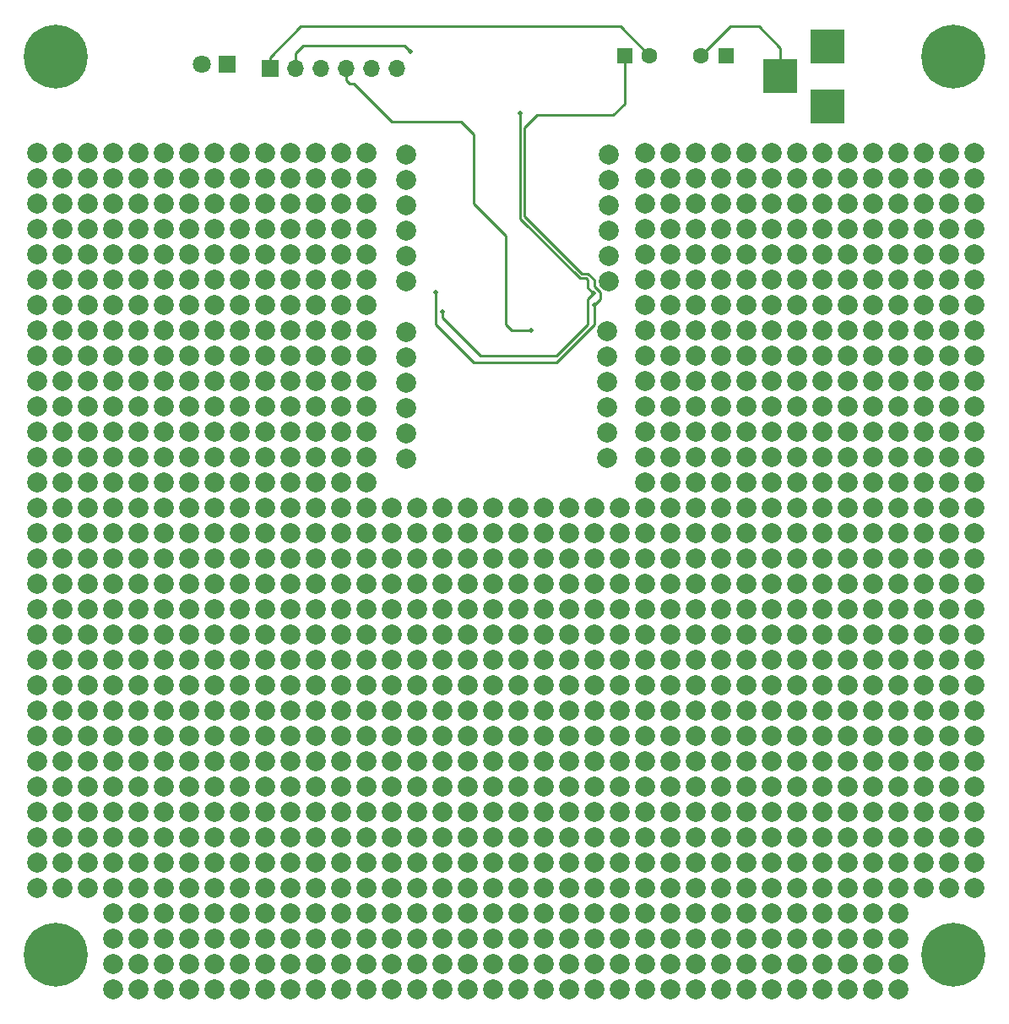
<source format=gbr>
G04 #@! TF.FileFunction,Copper,L2,Bot,Signal*
%FSLAX46Y46*%
G04 Gerber Fmt 4.6, Leading zero omitted, Abs format (unit mm)*
G04 Created by KiCad (PCBNEW 4.0.6) date 07/25/17 01:14:20*
%MOMM*%
%LPD*%
G01*
G04 APERTURE LIST*
%ADD10C,0.100000*%
%ADD11C,2.000000*%
%ADD12C,6.400000*%
%ADD13R,1.600000X1.600000*%
%ADD14C,1.600000*%
%ADD15R,1.700000X1.700000*%
%ADD16O,1.700000X1.700000*%
%ADD17R,3.500000X3.500000*%
%ADD18R,1.800000X1.800000*%
%ADD19C,1.800000*%
%ADD20C,0.500000*%
%ADD21C,0.250000*%
G04 APERTURE END LIST*
D10*
D11*
X143510000Y-125095000D03*
X146050000Y-125095000D03*
X138430000Y-125095000D03*
X135890000Y-125095000D03*
X133350000Y-125095000D03*
X140970000Y-125095000D03*
X128270000Y-125095000D03*
X130810000Y-125095000D03*
X125730000Y-125095000D03*
X123190000Y-125095000D03*
X138430000Y-127635000D03*
X138430000Y-132715000D03*
X138430000Y-130175000D03*
X140970000Y-130175000D03*
X140970000Y-132715000D03*
X140970000Y-127635000D03*
X135890000Y-127635000D03*
X133350000Y-132715000D03*
X133350000Y-130175000D03*
X135890000Y-130175000D03*
X135890000Y-132715000D03*
X133350000Y-127635000D03*
X128270000Y-127635000D03*
X130810000Y-130175000D03*
X130810000Y-132715000D03*
X128270000Y-130175000D03*
X130810000Y-127635000D03*
X123190000Y-127635000D03*
X125730000Y-127635000D03*
X125730000Y-130175000D03*
X123190000Y-132715000D03*
X125730000Y-132715000D03*
X128270000Y-132715000D03*
X123190000Y-130175000D03*
X123190000Y-135255000D03*
X123190000Y-137795000D03*
X123190000Y-140335000D03*
X125730000Y-135255000D03*
X128270000Y-135255000D03*
X128270000Y-137795000D03*
X130810000Y-137795000D03*
X130810000Y-135255000D03*
X128270000Y-140335000D03*
X146050000Y-127635000D03*
X143510000Y-127635000D03*
X146050000Y-130175000D03*
X143510000Y-130175000D03*
X143510000Y-132715000D03*
X146050000Y-132715000D03*
X146050000Y-137795000D03*
X146050000Y-135255000D03*
X146050000Y-140335000D03*
X135890000Y-137795000D03*
X133350000Y-135255000D03*
X133350000Y-140335000D03*
X135890000Y-140335000D03*
X135890000Y-135255000D03*
X133350000Y-137795000D03*
X143510000Y-137795000D03*
X138430000Y-137795000D03*
X140970000Y-135255000D03*
X140970000Y-137795000D03*
X143510000Y-135255000D03*
X138430000Y-135255000D03*
X143510000Y-140335000D03*
X140970000Y-140335000D03*
X138430000Y-140335000D03*
X125730000Y-137795000D03*
X125730000Y-140335000D03*
X130810000Y-140335000D03*
X151130000Y-89535000D03*
X153670000Y-89535000D03*
X161290000Y-89535000D03*
X156210000Y-89535000D03*
X158750000Y-89535000D03*
X148590000Y-89535000D03*
X156210000Y-92075000D03*
X151130000Y-92075000D03*
X153670000Y-92075000D03*
X148590000Y-92075000D03*
X158750000Y-92075000D03*
X161290000Y-92075000D03*
X168910000Y-92075000D03*
X171450000Y-92075000D03*
X166370000Y-89535000D03*
X163830000Y-89535000D03*
X166370000Y-92075000D03*
X163830000Y-92075000D03*
X179070000Y-92075000D03*
X181610000Y-92075000D03*
X176530000Y-92075000D03*
X173990000Y-92075000D03*
X168910000Y-89535000D03*
X179070000Y-89535000D03*
X181610000Y-89535000D03*
X171450000Y-89535000D03*
X173990000Y-89535000D03*
X176530000Y-89535000D03*
X97790000Y-92075000D03*
X87630000Y-89535000D03*
X90170000Y-89535000D03*
X92710000Y-89535000D03*
X95250000Y-92075000D03*
X95250000Y-89535000D03*
X100330000Y-89535000D03*
X97790000Y-89535000D03*
X100330000Y-92075000D03*
X92710000Y-92075000D03*
X87630000Y-92075000D03*
X90170000Y-92075000D03*
X110490000Y-89535000D03*
X110490000Y-92075000D03*
X107950000Y-89535000D03*
X107950000Y-92075000D03*
X118110000Y-92075000D03*
X120650000Y-92075000D03*
X120650000Y-89535000D03*
X118110000Y-89535000D03*
X102870000Y-92075000D03*
X102870000Y-89535000D03*
X105410000Y-92075000D03*
X105410000Y-89535000D03*
X113030000Y-89535000D03*
X113030000Y-92075000D03*
X115570000Y-92075000D03*
X115570000Y-89535000D03*
X168910000Y-168275000D03*
X166370000Y-168275000D03*
X168910000Y-170815000D03*
X166370000Y-170815000D03*
X168910000Y-173355000D03*
X166370000Y-173355000D03*
X173990000Y-173355000D03*
X171450000Y-170815000D03*
X171450000Y-173355000D03*
X171450000Y-168275000D03*
X173990000Y-170815000D03*
X173990000Y-168275000D03*
X146050000Y-168275000D03*
X146050000Y-173355000D03*
X148590000Y-173355000D03*
X146050000Y-170815000D03*
X143510000Y-173355000D03*
X148590000Y-168275000D03*
X148590000Y-170815000D03*
X133350000Y-173355000D03*
X135890000Y-168275000D03*
X133350000Y-170815000D03*
X135890000Y-170815000D03*
X138430000Y-173355000D03*
X133350000Y-168275000D03*
X138430000Y-170815000D03*
X135890000Y-173355000D03*
X138430000Y-168275000D03*
X140970000Y-173355000D03*
X140970000Y-168275000D03*
X143510000Y-168275000D03*
X143510000Y-170815000D03*
X140970000Y-170815000D03*
X158750000Y-170815000D03*
X161290000Y-168275000D03*
X158750000Y-173355000D03*
X158750000Y-168275000D03*
X151130000Y-173355000D03*
X156210000Y-173355000D03*
X153670000Y-170815000D03*
X151130000Y-170815000D03*
X153670000Y-173355000D03*
X156210000Y-170815000D03*
X151130000Y-168275000D03*
X156210000Y-168275000D03*
X153670000Y-168275000D03*
X163830000Y-173355000D03*
X161290000Y-173355000D03*
X163830000Y-170815000D03*
X161290000Y-170815000D03*
X163830000Y-168275000D03*
X95250000Y-168275000D03*
X97790000Y-168275000D03*
X95250000Y-170815000D03*
X97790000Y-170815000D03*
X97790000Y-173355000D03*
X95250000Y-173355000D03*
X113030000Y-173355000D03*
X113030000Y-170815000D03*
X115570000Y-170815000D03*
X115570000Y-173355000D03*
X115570000Y-168275000D03*
X113030000Y-168275000D03*
X110490000Y-168275000D03*
X107950000Y-168275000D03*
X105410000Y-168275000D03*
X110490000Y-170815000D03*
X105410000Y-173355000D03*
X105410000Y-170815000D03*
X110490000Y-173355000D03*
X107950000Y-173355000D03*
X107950000Y-170815000D03*
X102870000Y-173355000D03*
X100330000Y-170815000D03*
X102870000Y-170815000D03*
X100330000Y-173355000D03*
X100330000Y-168275000D03*
X102870000Y-168275000D03*
X118110000Y-170815000D03*
X120650000Y-170815000D03*
X118110000Y-173355000D03*
X123190000Y-173355000D03*
X120650000Y-173355000D03*
X130810000Y-170815000D03*
X130810000Y-173355000D03*
X125730000Y-170815000D03*
X128270000Y-173355000D03*
X128270000Y-170815000D03*
X125730000Y-173355000D03*
X118110000Y-168275000D03*
X120650000Y-168275000D03*
X123190000Y-168275000D03*
X123190000Y-170815000D03*
X130810000Y-168275000D03*
X125730000Y-168275000D03*
X128270000Y-168275000D03*
X97790000Y-158115000D03*
X95250000Y-158115000D03*
X95250000Y-160655000D03*
X97790000Y-160655000D03*
X90170000Y-160655000D03*
X92710000Y-160655000D03*
X87630000Y-158115000D03*
X87630000Y-160655000D03*
X90170000Y-158115000D03*
X92710000Y-158115000D03*
X92710000Y-163195000D03*
X87630000Y-163195000D03*
X90170000Y-163195000D03*
X95250000Y-163195000D03*
X95250000Y-165735000D03*
X97790000Y-163195000D03*
X97790000Y-165735000D03*
X115570000Y-160655000D03*
X115570000Y-158115000D03*
X118110000Y-158115000D03*
X118110000Y-160655000D03*
X115570000Y-165735000D03*
X118110000Y-165735000D03*
X115570000Y-163195000D03*
X118110000Y-163195000D03*
X113030000Y-165735000D03*
X113030000Y-163195000D03*
X113030000Y-160655000D03*
X110490000Y-158115000D03*
X113030000Y-158115000D03*
X110490000Y-160655000D03*
X107950000Y-163195000D03*
X110490000Y-165735000D03*
X110490000Y-163195000D03*
X105410000Y-165735000D03*
X105410000Y-163195000D03*
X102870000Y-165735000D03*
X107950000Y-165735000D03*
X100330000Y-163195000D03*
X100330000Y-165735000D03*
X102870000Y-163195000D03*
X100330000Y-160655000D03*
X100330000Y-158115000D03*
X102870000Y-158115000D03*
X102870000Y-160655000D03*
X105410000Y-158115000D03*
X107950000Y-160655000D03*
X105410000Y-160655000D03*
X107950000Y-158115000D03*
X133350000Y-165735000D03*
X133350000Y-160655000D03*
X133350000Y-163195000D03*
X130810000Y-163195000D03*
X130810000Y-160655000D03*
X128270000Y-160655000D03*
X125730000Y-163195000D03*
X125730000Y-160655000D03*
X123190000Y-160655000D03*
X120650000Y-160655000D03*
X130810000Y-158115000D03*
X128270000Y-158115000D03*
X120650000Y-158115000D03*
X125730000Y-158115000D03*
X123190000Y-158115000D03*
X120650000Y-163195000D03*
X123190000Y-163195000D03*
X120650000Y-165735000D03*
X123190000Y-165735000D03*
X130810000Y-165735000D03*
X125730000Y-165735000D03*
X128270000Y-163195000D03*
X128270000Y-165735000D03*
X173990000Y-165735000D03*
X171450000Y-163195000D03*
X171450000Y-165735000D03*
X171450000Y-160655000D03*
X168910000Y-160655000D03*
X176530000Y-158115000D03*
X173990000Y-158115000D03*
X166370000Y-165735000D03*
X168910000Y-163195000D03*
X166370000Y-160655000D03*
X166370000Y-163195000D03*
X168910000Y-165735000D03*
X173990000Y-163195000D03*
X176530000Y-163195000D03*
X173990000Y-160655000D03*
X179070000Y-163195000D03*
X179070000Y-160655000D03*
X181610000Y-160655000D03*
X176530000Y-160655000D03*
X181610000Y-163195000D03*
X181610000Y-158115000D03*
X179070000Y-158115000D03*
X168910000Y-158115000D03*
X171450000Y-158115000D03*
X166370000Y-158115000D03*
X163830000Y-158115000D03*
X151130000Y-160655000D03*
X151130000Y-158115000D03*
X146050000Y-160655000D03*
X148590000Y-160655000D03*
X148590000Y-158115000D03*
X146050000Y-158115000D03*
X146050000Y-165735000D03*
X148590000Y-165735000D03*
X151130000Y-165735000D03*
X153670000Y-163195000D03*
X146050000Y-163195000D03*
X151130000Y-163195000D03*
X148590000Y-163195000D03*
X153670000Y-165735000D03*
X163830000Y-165735000D03*
X158750000Y-163195000D03*
X158750000Y-165735000D03*
X158750000Y-160655000D03*
X161290000Y-165735000D03*
X163830000Y-163195000D03*
X161290000Y-158115000D03*
X163830000Y-160655000D03*
X161290000Y-160655000D03*
X161290000Y-163195000D03*
X156210000Y-163195000D03*
X156210000Y-165735000D03*
X158750000Y-158115000D03*
X156210000Y-160655000D03*
X153670000Y-158115000D03*
X156210000Y-158115000D03*
X153670000Y-160655000D03*
X135890000Y-160655000D03*
X138430000Y-160655000D03*
X138430000Y-158115000D03*
X133350000Y-158115000D03*
X135890000Y-158115000D03*
X140970000Y-165735000D03*
X135890000Y-163195000D03*
X143510000Y-165735000D03*
X143510000Y-163195000D03*
X138430000Y-165735000D03*
X140970000Y-163195000D03*
X135890000Y-165735000D03*
X138430000Y-163195000D03*
X140970000Y-160655000D03*
X140970000Y-158115000D03*
X143510000Y-160655000D03*
X143510000Y-158115000D03*
X120650000Y-94615000D03*
X115570000Y-97155000D03*
X118110000Y-97155000D03*
X118110000Y-94615000D03*
X115570000Y-94615000D03*
X87630000Y-107315000D03*
X95250000Y-107315000D03*
X90170000Y-107315000D03*
X92710000Y-104775000D03*
X97790000Y-107315000D03*
X92710000Y-107315000D03*
X95250000Y-104775000D03*
X90170000Y-104775000D03*
X97790000Y-104775000D03*
X90170000Y-102235000D03*
X87630000Y-102235000D03*
X90170000Y-99695000D03*
X87630000Y-99695000D03*
X87630000Y-104775000D03*
X97790000Y-102235000D03*
X92710000Y-102235000D03*
X97790000Y-99695000D03*
X95250000Y-99695000D03*
X95250000Y-97155000D03*
X92710000Y-99695000D03*
X95250000Y-102235000D03*
X92710000Y-97155000D03*
X92710000Y-94615000D03*
X90170000Y-94615000D03*
X95250000Y-94615000D03*
X97790000Y-94615000D03*
X110490000Y-94615000D03*
X113030000Y-94615000D03*
X113030000Y-97155000D03*
X113030000Y-99695000D03*
X107950000Y-99695000D03*
X110490000Y-99695000D03*
X110490000Y-97155000D03*
X100330000Y-107315000D03*
X102870000Y-107315000D03*
X107950000Y-104775000D03*
X110490000Y-104775000D03*
X110490000Y-107315000D03*
X107950000Y-107315000D03*
X105410000Y-107315000D03*
X105410000Y-104775000D03*
X102870000Y-94615000D03*
X100330000Y-99695000D03*
X100330000Y-94615000D03*
X100330000Y-97155000D03*
X107950000Y-97155000D03*
X105410000Y-94615000D03*
X107950000Y-94615000D03*
X105410000Y-97155000D03*
X107950000Y-102235000D03*
X113030000Y-107315000D03*
X110490000Y-102235000D03*
X113030000Y-102235000D03*
X113030000Y-104775000D03*
X100330000Y-104775000D03*
X102870000Y-104775000D03*
X102870000Y-102235000D03*
X105410000Y-102235000D03*
X105410000Y-99695000D03*
X102870000Y-99695000D03*
X102870000Y-97155000D03*
X100330000Y-102235000D03*
X87630000Y-97155000D03*
X90170000Y-97155000D03*
X87630000Y-94615000D03*
X97790000Y-97155000D03*
X120650000Y-104775000D03*
X120650000Y-107315000D03*
X118110000Y-107315000D03*
X115570000Y-104775000D03*
X115570000Y-99695000D03*
X118110000Y-104775000D03*
X115570000Y-107315000D03*
X118110000Y-102235000D03*
X115570000Y-102235000D03*
X118110000Y-99695000D03*
X120650000Y-97155000D03*
X120650000Y-99695000D03*
X120650000Y-102235000D03*
X179070000Y-107315000D03*
X176530000Y-107315000D03*
X181610000Y-107315000D03*
X173990000Y-107315000D03*
X171450000Y-104775000D03*
X173990000Y-104775000D03*
X171450000Y-107315000D03*
X171450000Y-102235000D03*
X166370000Y-102235000D03*
X168910000Y-102235000D03*
X166370000Y-107315000D03*
X168910000Y-104775000D03*
X166370000Y-104775000D03*
X168910000Y-107315000D03*
X179070000Y-94615000D03*
X181610000Y-94615000D03*
X179070000Y-97155000D03*
X181610000Y-97155000D03*
X181610000Y-99695000D03*
X179070000Y-99695000D03*
X181610000Y-102235000D03*
X176530000Y-104775000D03*
X179070000Y-102235000D03*
X179070000Y-104775000D03*
X181610000Y-104775000D03*
X173990000Y-102235000D03*
X176530000Y-102235000D03*
X173990000Y-99695000D03*
X176530000Y-99695000D03*
X151130000Y-94615000D03*
X148590000Y-94615000D03*
X151130000Y-97155000D03*
X166370000Y-99695000D03*
X168910000Y-99695000D03*
X163830000Y-99695000D03*
X166370000Y-97155000D03*
X163830000Y-97155000D03*
X163830000Y-94615000D03*
X166370000Y-94615000D03*
X168910000Y-97155000D03*
X168910000Y-94615000D03*
X171450000Y-99695000D03*
X173990000Y-97155000D03*
X176530000Y-94615000D03*
X171450000Y-97155000D03*
X176530000Y-97155000D03*
X173990000Y-94615000D03*
X171450000Y-94615000D03*
X148590000Y-102235000D03*
X151130000Y-102235000D03*
X148590000Y-99695000D03*
X151130000Y-99695000D03*
X163830000Y-104775000D03*
X161290000Y-104775000D03*
X161290000Y-107315000D03*
X163830000Y-102235000D03*
X161290000Y-102235000D03*
X163830000Y-107315000D03*
X148590000Y-104775000D03*
X151130000Y-107315000D03*
X151130000Y-104775000D03*
X148590000Y-107315000D03*
X158750000Y-102235000D03*
X158750000Y-97155000D03*
X158750000Y-99695000D03*
X161290000Y-99695000D03*
X161290000Y-97155000D03*
X148590000Y-97155000D03*
X153670000Y-99695000D03*
X156210000Y-99695000D03*
X153670000Y-97155000D03*
X153670000Y-94615000D03*
X156210000Y-97155000D03*
X156210000Y-94615000D03*
X153670000Y-107315000D03*
X153670000Y-104775000D03*
X153670000Y-102235000D03*
X156210000Y-107315000D03*
X158750000Y-107315000D03*
X158750000Y-104775000D03*
X156210000Y-104775000D03*
X156210000Y-102235000D03*
X158750000Y-94615000D03*
X161290000Y-94615000D03*
X140970000Y-155575000D03*
X140970000Y-153035000D03*
X140970000Y-150495000D03*
X143510000Y-150495000D03*
X138430000Y-155575000D03*
X138430000Y-153035000D03*
X138430000Y-150495000D03*
X135890000Y-150495000D03*
X135890000Y-155575000D03*
X133350000Y-155575000D03*
X133350000Y-150495000D03*
X133350000Y-153035000D03*
X135890000Y-153035000D03*
X143510000Y-155575000D03*
X146050000Y-155575000D03*
X146050000Y-150495000D03*
X146050000Y-153035000D03*
X143510000Y-153035000D03*
X148590000Y-150495000D03*
X181610000Y-150495000D03*
X179070000Y-150495000D03*
X176530000Y-150495000D03*
X171450000Y-150495000D03*
X163830000Y-153035000D03*
X163830000Y-150495000D03*
X166370000Y-150495000D03*
X168910000Y-150495000D03*
X166370000Y-155575000D03*
X163830000Y-155575000D03*
X168910000Y-153035000D03*
X166370000Y-153035000D03*
X168910000Y-155575000D03*
X173990000Y-155575000D03*
X171450000Y-153035000D03*
X173990000Y-153035000D03*
X171450000Y-155575000D03*
X173990000Y-150495000D03*
X179070000Y-155575000D03*
X181610000Y-155575000D03*
X176530000Y-155575000D03*
X176530000Y-153035000D03*
X179070000Y-153035000D03*
X181610000Y-153035000D03*
X153670000Y-155575000D03*
X148590000Y-155575000D03*
X148590000Y-153035000D03*
X151130000Y-155575000D03*
X151130000Y-153035000D03*
X153670000Y-153035000D03*
X153670000Y-150495000D03*
X151130000Y-150495000D03*
X156210000Y-155575000D03*
X158750000Y-155575000D03*
X161290000Y-153035000D03*
X161290000Y-155575000D03*
X158750000Y-153035000D03*
X156210000Y-153035000D03*
X156210000Y-150495000D03*
X158750000Y-150495000D03*
X161290000Y-150495000D03*
X100330000Y-153035000D03*
X100330000Y-155575000D03*
X102870000Y-150495000D03*
X100330000Y-150495000D03*
X107950000Y-153035000D03*
X110490000Y-150495000D03*
X110490000Y-153035000D03*
X113030000Y-155575000D03*
X110490000Y-155575000D03*
X107950000Y-150495000D03*
X107950000Y-155575000D03*
X105410000Y-155575000D03*
X105410000Y-153035000D03*
X105410000Y-150495000D03*
X102870000Y-155575000D03*
X102870000Y-153035000D03*
X130810000Y-155575000D03*
X130810000Y-153035000D03*
X128270000Y-153035000D03*
X128270000Y-155575000D03*
X130810000Y-150495000D03*
X128270000Y-150495000D03*
X125730000Y-155575000D03*
X125730000Y-153035000D03*
X123190000Y-155575000D03*
X123190000Y-153035000D03*
X125730000Y-150495000D03*
X118110000Y-155575000D03*
X120650000Y-153035000D03*
X120650000Y-155575000D03*
X118110000Y-153035000D03*
X115570000Y-155575000D03*
X118110000Y-150495000D03*
X115570000Y-153035000D03*
X115570000Y-150495000D03*
X123190000Y-150495000D03*
X120650000Y-150495000D03*
X113030000Y-153035000D03*
X113030000Y-150495000D03*
X92710000Y-153035000D03*
X97790000Y-150495000D03*
X97790000Y-153035000D03*
X97790000Y-155575000D03*
X92710000Y-155575000D03*
X95250000Y-153035000D03*
X95250000Y-150495000D03*
X95250000Y-155575000D03*
X90170000Y-155575000D03*
X92710000Y-150495000D03*
X87630000Y-150495000D03*
X87630000Y-155575000D03*
X90170000Y-150495000D03*
X87630000Y-153035000D03*
X90170000Y-153035000D03*
X140970000Y-147955000D03*
X138430000Y-147955000D03*
X135890000Y-147955000D03*
X133350000Y-147955000D03*
X143510000Y-147955000D03*
X146050000Y-147955000D03*
X130810000Y-147955000D03*
X128270000Y-147955000D03*
X125730000Y-147955000D03*
X123190000Y-147955000D03*
X140970000Y-145415000D03*
X138430000Y-145415000D03*
X135890000Y-145415000D03*
X133350000Y-145415000D03*
X143510000Y-145415000D03*
X146050000Y-145415000D03*
X130810000Y-145415000D03*
X128270000Y-145415000D03*
X125730000Y-145415000D03*
X123190000Y-145415000D03*
X140970000Y-142875000D03*
X138430000Y-142875000D03*
X143510000Y-142875000D03*
X146050000Y-142875000D03*
X130810000Y-142875000D03*
X133350000Y-142875000D03*
X135890000Y-142875000D03*
X125730000Y-142875000D03*
X128270000Y-142875000D03*
X123190000Y-142875000D03*
X120650000Y-135255000D03*
X118110000Y-132715000D03*
X120650000Y-132715000D03*
X118110000Y-135255000D03*
X118110000Y-137795000D03*
X115570000Y-137795000D03*
X120650000Y-140335000D03*
X120650000Y-137795000D03*
X118110000Y-147955000D03*
X115570000Y-147955000D03*
X120650000Y-147955000D03*
X120650000Y-142875000D03*
X120650000Y-145415000D03*
X118110000Y-145415000D03*
X118110000Y-142875000D03*
X118110000Y-140335000D03*
X115570000Y-127635000D03*
X118110000Y-127635000D03*
X120650000Y-127635000D03*
X120650000Y-125095000D03*
X118110000Y-125095000D03*
X113030000Y-125095000D03*
X115570000Y-125095000D03*
X120650000Y-130175000D03*
X115570000Y-132715000D03*
X115570000Y-135255000D03*
X118110000Y-130175000D03*
X115570000Y-130175000D03*
X115570000Y-145415000D03*
X113030000Y-145415000D03*
X113030000Y-140335000D03*
X113030000Y-142875000D03*
X115570000Y-142875000D03*
X115570000Y-140335000D03*
X90170000Y-125095000D03*
X87630000Y-125095000D03*
X87630000Y-122555000D03*
X90170000Y-122555000D03*
X92710000Y-122555000D03*
X92710000Y-120015000D03*
X97790000Y-125095000D03*
X97790000Y-122555000D03*
X97790000Y-120015000D03*
X95250000Y-122555000D03*
X95250000Y-120015000D03*
X87630000Y-117475000D03*
X90170000Y-120015000D03*
X87630000Y-114935000D03*
X87630000Y-120015000D03*
X95250000Y-114935000D03*
X97790000Y-114935000D03*
X97790000Y-117475000D03*
X95250000Y-117475000D03*
X90170000Y-114935000D03*
X90170000Y-117475000D03*
X92710000Y-117475000D03*
X92710000Y-114935000D03*
X87630000Y-130175000D03*
X90170000Y-130175000D03*
X87630000Y-127635000D03*
X90170000Y-127635000D03*
X97790000Y-130175000D03*
X100330000Y-130175000D03*
X100330000Y-132715000D03*
X97790000Y-132715000D03*
X95250000Y-130175000D03*
X95250000Y-132715000D03*
X100330000Y-127635000D03*
X97790000Y-127635000D03*
X87630000Y-132715000D03*
X90170000Y-132715000D03*
X92710000Y-130175000D03*
X92710000Y-132715000D03*
X92710000Y-125095000D03*
X95250000Y-127635000D03*
X92710000Y-127635000D03*
X95250000Y-125095000D03*
X90170000Y-147955000D03*
X87630000Y-145415000D03*
X87630000Y-147955000D03*
X92710000Y-145415000D03*
X90170000Y-145415000D03*
X92710000Y-147955000D03*
X100330000Y-137795000D03*
X97790000Y-135255000D03*
X100330000Y-135255000D03*
X100330000Y-140335000D03*
X87630000Y-137795000D03*
X87630000Y-135255000D03*
X92710000Y-135255000D03*
X90170000Y-137795000D03*
X90170000Y-135255000D03*
X92710000Y-137795000D03*
X100330000Y-145415000D03*
X100330000Y-142875000D03*
X97790000Y-145415000D03*
X97790000Y-142875000D03*
X95250000Y-142875000D03*
X95250000Y-147955000D03*
X100330000Y-147955000D03*
X97790000Y-147955000D03*
X95250000Y-145415000D03*
X97790000Y-140335000D03*
X95250000Y-137795000D03*
X97790000Y-137795000D03*
X95250000Y-135255000D03*
X95250000Y-140335000D03*
X87630000Y-142875000D03*
X92710000Y-140335000D03*
X87630000Y-140335000D03*
X90170000Y-140335000D03*
X90170000Y-142875000D03*
X92710000Y-142875000D03*
X100330000Y-122555000D03*
X100330000Y-125095000D03*
X102870000Y-125095000D03*
X100330000Y-120015000D03*
X107950000Y-120015000D03*
X107950000Y-122555000D03*
X107950000Y-125095000D03*
X110490000Y-125095000D03*
X105410000Y-125095000D03*
X102870000Y-122555000D03*
X105410000Y-120015000D03*
X105410000Y-122555000D03*
X102870000Y-120015000D03*
X107950000Y-114935000D03*
X107950000Y-117475000D03*
X105410000Y-114935000D03*
X105410000Y-117475000D03*
X100330000Y-114935000D03*
X102870000Y-114935000D03*
X102870000Y-117475000D03*
X100330000Y-117475000D03*
X110490000Y-132715000D03*
X113030000Y-132715000D03*
X107950000Y-132715000D03*
X107950000Y-130175000D03*
X105410000Y-145415000D03*
X105410000Y-147955000D03*
X102870000Y-147955000D03*
X102870000Y-145415000D03*
X107950000Y-145415000D03*
X105410000Y-137795000D03*
X102870000Y-140335000D03*
X105410000Y-140335000D03*
X105410000Y-142875000D03*
X102870000Y-142875000D03*
X102870000Y-137795000D03*
X110490000Y-130175000D03*
X113030000Y-130175000D03*
X113030000Y-127635000D03*
X107950000Y-127635000D03*
X110490000Y-127635000D03*
X102870000Y-132715000D03*
X102870000Y-135255000D03*
X105410000Y-130175000D03*
X105410000Y-135255000D03*
X105410000Y-132715000D03*
X102870000Y-130175000D03*
X102870000Y-127635000D03*
X105410000Y-127635000D03*
X107950000Y-142875000D03*
X113030000Y-137795000D03*
X110490000Y-137795000D03*
X110490000Y-142875000D03*
X110490000Y-145415000D03*
X107950000Y-147955000D03*
X110490000Y-147955000D03*
X113030000Y-147955000D03*
X113030000Y-135255000D03*
X110490000Y-135255000D03*
X107950000Y-135255000D03*
X107950000Y-137795000D03*
X107950000Y-140335000D03*
X110490000Y-140335000D03*
X118110000Y-112395000D03*
X118110000Y-109855000D03*
X115570000Y-112395000D03*
X115570000Y-109855000D03*
X113030000Y-112395000D03*
X113030000Y-109855000D03*
X120650000Y-109855000D03*
X120650000Y-112395000D03*
X90170000Y-109855000D03*
X90170000Y-112395000D03*
X87630000Y-109855000D03*
X87630000Y-112395000D03*
X120650000Y-122555000D03*
X120650000Y-120015000D03*
X118110000Y-120015000D03*
X118110000Y-122555000D03*
X120650000Y-117475000D03*
X118110000Y-114935000D03*
X118110000Y-117475000D03*
X120650000Y-114935000D03*
X115570000Y-122555000D03*
X115570000Y-120015000D03*
X113030000Y-120015000D03*
X110490000Y-120015000D03*
X113030000Y-122555000D03*
X110490000Y-122555000D03*
X113030000Y-114935000D03*
X110490000Y-114935000D03*
X115570000Y-114935000D03*
X110490000Y-117475000D03*
X115570000Y-117475000D03*
X113030000Y-117475000D03*
X92710000Y-109855000D03*
X95250000Y-112395000D03*
X95250000Y-109855000D03*
X92710000Y-112395000D03*
X105410000Y-112395000D03*
X102870000Y-109855000D03*
X102870000Y-112395000D03*
X105410000Y-109855000D03*
X107950000Y-112395000D03*
X110490000Y-109855000D03*
X107950000Y-109855000D03*
X110490000Y-112395000D03*
X97790000Y-112395000D03*
X100330000Y-112395000D03*
X100330000Y-109855000D03*
X97790000Y-109855000D03*
X179070000Y-147955000D03*
X181610000Y-147955000D03*
X176530000Y-147955000D03*
X176530000Y-145415000D03*
X179070000Y-145415000D03*
X181610000Y-142875000D03*
X181610000Y-145415000D03*
X166370000Y-145415000D03*
X163830000Y-145415000D03*
X166370000Y-147955000D03*
X163830000Y-147955000D03*
X171450000Y-145415000D03*
X173990000Y-145415000D03*
X171450000Y-147955000D03*
X173990000Y-147955000D03*
X168910000Y-147955000D03*
X176530000Y-135255000D03*
X176530000Y-137795000D03*
X179070000Y-137795000D03*
X181610000Y-135255000D03*
X179070000Y-135255000D03*
X176530000Y-142875000D03*
X179070000Y-142875000D03*
X176530000Y-140335000D03*
X179070000Y-140335000D03*
X181610000Y-140335000D03*
X181610000Y-137795000D03*
X168910000Y-140335000D03*
X173990000Y-140335000D03*
X171450000Y-140335000D03*
X171450000Y-142875000D03*
X168910000Y-142875000D03*
X173990000Y-142875000D03*
X168910000Y-145415000D03*
X163830000Y-140335000D03*
X166370000Y-140335000D03*
X163830000Y-142875000D03*
X161290000Y-140335000D03*
X161290000Y-142875000D03*
X166370000Y-142875000D03*
X173990000Y-137795000D03*
X173990000Y-135255000D03*
X171450000Y-137795000D03*
X171450000Y-135255000D03*
X156210000Y-137795000D03*
X158750000Y-135255000D03*
X156210000Y-135255000D03*
X158750000Y-137795000D03*
X153670000Y-135255000D03*
X151130000Y-137795000D03*
X151130000Y-135255000D03*
X153670000Y-137795000D03*
X166370000Y-137795000D03*
X166370000Y-135255000D03*
X168910000Y-135255000D03*
X168910000Y-137795000D03*
X161290000Y-137795000D03*
X163830000Y-135255000D03*
X161290000Y-135255000D03*
X163830000Y-137795000D03*
X153670000Y-142875000D03*
X156210000Y-140335000D03*
X153670000Y-140335000D03*
X156210000Y-142875000D03*
X158750000Y-142875000D03*
X158750000Y-145415000D03*
X156210000Y-145415000D03*
X158750000Y-140335000D03*
X153670000Y-145415000D03*
X158750000Y-147955000D03*
X161290000Y-147955000D03*
X156210000Y-147955000D03*
X161290000Y-145415000D03*
X153670000Y-147955000D03*
X151130000Y-142875000D03*
X148590000Y-140335000D03*
X151130000Y-140335000D03*
X151130000Y-145415000D03*
X148590000Y-135255000D03*
X148590000Y-145415000D03*
X148590000Y-137795000D03*
X148590000Y-142875000D03*
X148590000Y-147955000D03*
X151130000Y-147955000D03*
X153670000Y-132715000D03*
X153670000Y-130175000D03*
X156210000Y-132715000D03*
X156210000Y-130175000D03*
X176530000Y-130175000D03*
X179070000Y-132715000D03*
X179070000Y-130175000D03*
X176530000Y-132715000D03*
X181610000Y-132715000D03*
X173990000Y-132715000D03*
X173990000Y-130175000D03*
X181610000Y-130175000D03*
X166370000Y-130175000D03*
X166370000Y-132715000D03*
X163830000Y-132715000D03*
X163830000Y-130175000D03*
X171450000Y-132715000D03*
X171450000Y-130175000D03*
X168910000Y-132715000D03*
X168910000Y-130175000D03*
X151130000Y-132715000D03*
X148590000Y-130175000D03*
X148590000Y-132715000D03*
X151130000Y-130175000D03*
X158750000Y-130175000D03*
X161290000Y-132715000D03*
X158750000Y-132715000D03*
X161290000Y-130175000D03*
X163830000Y-120015000D03*
X166370000Y-122555000D03*
X166370000Y-120015000D03*
X163830000Y-122555000D03*
X176530000Y-122555000D03*
X179070000Y-122555000D03*
X176530000Y-120015000D03*
X179070000Y-120015000D03*
X168910000Y-120015000D03*
X171450000Y-120015000D03*
X171450000Y-122555000D03*
X168910000Y-122555000D03*
X173990000Y-122555000D03*
X181610000Y-120015000D03*
X181610000Y-122555000D03*
X173990000Y-120015000D03*
X161290000Y-120015000D03*
X151130000Y-122555000D03*
X153670000Y-122555000D03*
X148590000Y-122555000D03*
X153670000Y-120015000D03*
X148590000Y-120015000D03*
X151130000Y-120015000D03*
X158750000Y-122555000D03*
X158750000Y-120015000D03*
X156210000Y-122555000D03*
X156210000Y-120015000D03*
X161290000Y-122555000D03*
X158750000Y-127635000D03*
X158750000Y-125095000D03*
X153670000Y-125095000D03*
X156210000Y-125095000D03*
X156210000Y-127635000D03*
X168910000Y-127635000D03*
X163830000Y-127635000D03*
X163830000Y-125095000D03*
X166370000Y-125095000D03*
X161290000Y-127635000D03*
X166370000Y-127635000D03*
X161290000Y-125095000D03*
X168910000Y-125095000D03*
X171450000Y-125095000D03*
X173990000Y-125095000D03*
X173990000Y-127635000D03*
X171450000Y-127635000D03*
X148590000Y-127635000D03*
X151130000Y-125095000D03*
X151130000Y-127635000D03*
X153670000Y-127635000D03*
X148590000Y-125095000D03*
X181610000Y-125095000D03*
X179070000Y-125095000D03*
X176530000Y-127635000D03*
X179070000Y-127635000D03*
X181610000Y-127635000D03*
X176530000Y-125095000D03*
X181610000Y-114935000D03*
X179070000Y-114935000D03*
X176530000Y-117475000D03*
X179070000Y-117475000D03*
X181610000Y-117475000D03*
X176530000Y-114935000D03*
X171450000Y-117475000D03*
X168910000Y-117475000D03*
X168910000Y-114935000D03*
X171450000Y-114935000D03*
X173990000Y-114935000D03*
X173990000Y-117475000D03*
X161290000Y-117475000D03*
X163830000Y-117475000D03*
X158750000Y-117475000D03*
X166370000Y-117475000D03*
X158750000Y-114935000D03*
X161290000Y-114935000D03*
X163830000Y-114935000D03*
X166370000Y-114935000D03*
X148590000Y-117475000D03*
X151130000Y-114935000D03*
X153670000Y-114935000D03*
X156210000Y-114935000D03*
X156210000Y-117475000D03*
X151130000Y-117475000D03*
X153670000Y-117475000D03*
X148590000Y-114935000D03*
X161290000Y-112395000D03*
X158750000Y-112395000D03*
X148590000Y-112395000D03*
X151130000Y-112395000D03*
X153670000Y-112395000D03*
X156210000Y-112395000D03*
X181610000Y-109855000D03*
X179070000Y-109855000D03*
X171450000Y-112395000D03*
X163830000Y-112395000D03*
X166370000Y-112395000D03*
X168910000Y-112395000D03*
X181610000Y-112395000D03*
X173990000Y-112395000D03*
X176530000Y-112395000D03*
X179070000Y-112395000D03*
X176530000Y-109855000D03*
X168910000Y-109855000D03*
X171450000Y-109855000D03*
X173990000Y-109855000D03*
X166370000Y-109855000D03*
X158750000Y-109855000D03*
X161290000Y-109855000D03*
X163830000Y-109855000D03*
X156210000Y-109855000D03*
X148590000Y-109855000D03*
X151130000Y-109855000D03*
D12*
X89530000Y-169850000D03*
X179530000Y-169850000D03*
X179530000Y-79850000D03*
D13*
X156720000Y-79740000D03*
D14*
X154220000Y-79740000D03*
D13*
X146560000Y-79740000D03*
D14*
X149060000Y-79740000D03*
D11*
X124630000Y-89700000D03*
X124630000Y-92240000D03*
X124630000Y-94780000D03*
X124630000Y-97320000D03*
X124630000Y-99860000D03*
X124630000Y-102400000D03*
X124630000Y-107480000D03*
X124630000Y-110020000D03*
X124630000Y-112560000D03*
X124630000Y-115100000D03*
X124630000Y-117640000D03*
X124630000Y-120180000D03*
X144950000Y-89700000D03*
X144950000Y-92240000D03*
X144950000Y-94780000D03*
X144950000Y-97320000D03*
X144950000Y-99860000D03*
X144950000Y-102400000D03*
X144780000Y-112475000D03*
X144780000Y-115015000D03*
X144780000Y-117555000D03*
X144780000Y-120095000D03*
D15*
X111000000Y-81010000D03*
D16*
X113540000Y-81010000D03*
X116080000Y-81010000D03*
X118620000Y-81010000D03*
X121160000Y-81010000D03*
X123700000Y-81010000D03*
D17*
X166880000Y-84820000D03*
X166880000Y-78820000D03*
X162180000Y-81820000D03*
D11*
X144780000Y-107395000D03*
X144780000Y-109935000D03*
X153670000Y-109855000D03*
D12*
X89530000Y-79850000D03*
D18*
X106680000Y-80645000D03*
D19*
X104140000Y-80645000D03*
D20*
X136074990Y-85540010D03*
X143420913Y-103594087D03*
X128270000Y-105410000D03*
X143510000Y-104775000D03*
X127635000Y-103505000D03*
X137160000Y-107315000D03*
X125095000Y-79375000D03*
D21*
X160020000Y-76835000D02*
X162180000Y-78995000D01*
X162180000Y-78995000D02*
X162180000Y-81820000D01*
X157125000Y-76835000D02*
X160020000Y-76835000D01*
X154220000Y-79740000D02*
X157125000Y-76835000D01*
X114075000Y-76835000D02*
X146155000Y-76835000D01*
X146155000Y-76835000D02*
X149060000Y-79740000D01*
X111000000Y-81010000D02*
X111000000Y-79910000D01*
X111000000Y-79910000D02*
X114075000Y-76835000D01*
X142053599Y-102050009D02*
X136074990Y-96071400D01*
X136074990Y-96071400D02*
X136074990Y-85540010D01*
X142875000Y-102236410D02*
X142688600Y-102050010D01*
X142688600Y-102050010D02*
X142053599Y-102050009D01*
X142875000Y-103048174D02*
X142875000Y-102236410D01*
X143420913Y-103594087D02*
X142875000Y-103048174D01*
X142875000Y-104140000D02*
X143420913Y-103594087D01*
X142875000Y-106678590D02*
X142875000Y-104140000D01*
X142875000Y-106678590D02*
X139698590Y-109855000D01*
X139698590Y-109855000D02*
X132080000Y-109855000D01*
X128270000Y-106045000D02*
X128270000Y-105410000D01*
X132080000Y-109855000D02*
X128270000Y-106045000D01*
X136525000Y-95885000D02*
X142240000Y-101600000D01*
X143510000Y-102235000D02*
X142875000Y-101600000D01*
X142875000Y-101600000D02*
X142240000Y-101600000D01*
X143510000Y-102870000D02*
X144145000Y-103505000D01*
X143510000Y-102870000D02*
X143510000Y-102235000D01*
X146560000Y-79740000D02*
X146560000Y-84580000D01*
X144145000Y-103505000D02*
X144145000Y-104140000D01*
X146560000Y-84580000D02*
X145415000Y-85725000D01*
X145415000Y-85725000D02*
X137795000Y-85725000D01*
X137795000Y-85725000D02*
X136525000Y-86995000D01*
X136525000Y-86995000D02*
X136525000Y-95885000D01*
X144145000Y-104140000D02*
X143510000Y-104775000D01*
X143510000Y-104775000D02*
X143510000Y-106680000D01*
X127635000Y-106680000D02*
X127635000Y-103505000D01*
X131445000Y-110490000D02*
X127635000Y-106680000D01*
X139700000Y-110490000D02*
X131445000Y-110490000D01*
X142240000Y-107950000D02*
X139700000Y-110490000D01*
X143510000Y-106680000D02*
X142240000Y-107950000D01*
X137160000Y-107315000D02*
X135255000Y-107315000D01*
X135255000Y-107315000D02*
X134675001Y-106735001D01*
X130175000Y-86360000D02*
X123190000Y-86360000D01*
X134675001Y-106735001D02*
X134675001Y-97790000D01*
X134675001Y-97790000D02*
X131445000Y-94559999D01*
X131445000Y-94559999D02*
X131445000Y-87630000D01*
X131445000Y-87630000D02*
X130175000Y-86360000D01*
X123190000Y-86360000D02*
X119380000Y-82550000D01*
X119380000Y-82550000D02*
X118957919Y-82550000D01*
X118957919Y-82550000D02*
X118620000Y-82212081D01*
X118620000Y-82212081D02*
X118620000Y-81010000D01*
X125095000Y-79375000D02*
X124460000Y-78740000D01*
X114300000Y-78740000D02*
X113540000Y-79500000D01*
X124460000Y-78740000D02*
X114300000Y-78740000D01*
X113540000Y-79500000D02*
X113540000Y-81010000D01*
M02*

</source>
